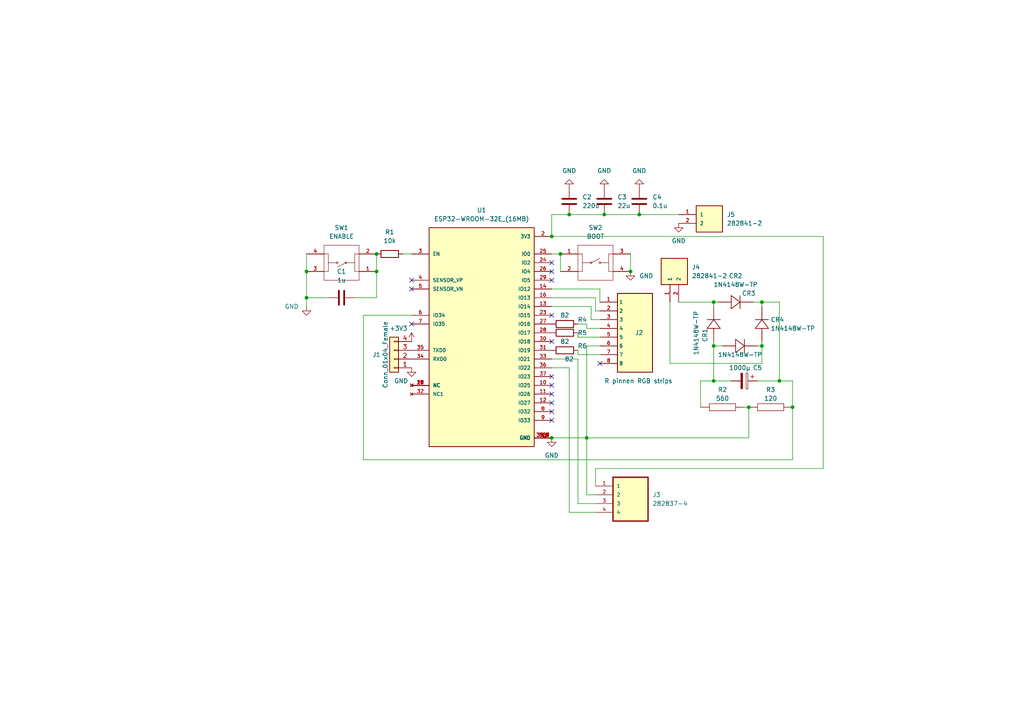
<source format=kicad_sch>
(kicad_sch (version 20211123) (generator eeschema)
  (paper "A4")
  (lib_symbols
    (symbol "1825910-6:1825910-6" (pin_names (offset 1.016) hide)
      (property "Reference" "SW" (at -5.08 5.842 0))
      (property "Value" "1825910-6" (at -5.08 -7.62 0))
      (symbol "1825910-6_0_0"
        (circle (center -1.27 0) (radius 0.254) (stroke (width 0.127)))
        (polyline (pts (xy -5.08 -5.08) (xy 5.08 -5.08)) (stroke (width 0.127)))
        (polyline (pts (xy -5.08 -2.54) (xy -5.08 -5.08)) (stroke (width 0.127)))
        (polyline (pts (xy -5.08 2.54) (xy -5.08 -2.54)) (stroke (width 0.127)))
        (polyline (pts (xy -5.08 2.54) (xy -3.81 2.54)) (stroke (width 0.127)))
        (polyline (pts (xy -5.08 5.08) (xy -5.08 2.54)) (stroke (width 0.127)))
        (polyline (pts (xy -5.08 5.08) (xy 5.08 5.08)) (stroke (width 0.127)))
        (polyline (pts (xy -3.81 -2.54) (xy -5.08 -2.54)) (stroke (width 0.127)))
        (polyline (pts (xy -3.81 0) (xy -3.81 -2.54)) (stroke (width 0.127)))
        (polyline (pts (xy -3.81 0) (xy -1.27 0)) (stroke (width 0.127)))
        (polyline (pts (xy -3.81 2.54) (xy -3.81 0)) (stroke (width 0.127)))
        (polyline (pts (xy -1.27 0) (xy 1.27 1.27)) (stroke (width 0.127)))
        (polyline (pts (xy 1.27 0) (xy 3.81 0)) (stroke (width 0.127)))
        (polyline (pts (xy 3.81 -2.54) (xy 5.08 -2.54)) (stroke (width 0.127)))
        (polyline (pts (xy 3.81 0) (xy 3.81 -2.54)) (stroke (width 0.127)))
        (polyline (pts (xy 3.81 0) (xy 3.81 2.54)) (stroke (width 0.127)))
        (polyline (pts (xy 3.81 2.54) (xy 5.08 2.54)) (stroke (width 0.127)))
        (polyline (pts (xy 5.08 -2.54) (xy 5.08 -5.08)) (stroke (width 0.127)))
        (polyline (pts (xy 5.08 2.54) (xy 5.08 -2.54)) (stroke (width 0.127)))
        (polyline (pts (xy 5.08 5.08) (xy 5.08 2.54)) (stroke (width 0.127)))
        (circle (center 1.27 0) (radius 0.254) (stroke (width 0.127)))
        (pin passive line (at -10.16 2.54 0) (length 5.08) (name "~") (number "1"))
        (pin passive line (at -10.16 -2.54 0) (length 5.08) (name "~") (number "2"))
        (pin passive line (at 10.16 2.54 180) (length 5.08) (name "~") (number "3"))
        (pin passive line (at 10.16 -2.54 180) (length 5.08) (name "~") (number "4"))
      )
    )
    (symbol "1N4148W-TP:1N4148W-TP" (pin_numbers hide) (pin_names (offset 1.016) hide)
      (property "Reference" "CR" (at -2.8194 2.6924 0))
      (property "Value" "1N4148W-TP" (at -3.8862 -5.5372 0))
      (symbol "1N4148W-TP_0_0"
        (polyline (pts (xy 2.54 0) (xy 3.81 0)) (stroke (width 0.2032)))
        (polyline (pts (xy 3.81 -1.905) (xy 6.35 0)) (stroke (width 0.2032)))
        (polyline (pts (xy 3.81 0) (xy 3.81 -1.905)) (stroke (width 0.2032)))
        (polyline (pts (xy 3.81 1.905) (xy 3.81 0)) (stroke (width 0.2032)))
        (polyline (pts (xy 6.35 -1.905) (xy 6.35 0)) (stroke (width 0.2032)))
        (polyline (pts (xy 6.35 0) (xy 3.81 1.905)) (stroke (width 0.2032)))
        (polyline (pts (xy 6.35 0) (xy 6.35 1.905)) (stroke (width 0.2032)))
        (polyline (pts (xy 6.35 0) (xy 7.62 0)) (stroke (width 0.2032)))
        (pin passive line (at 10.16 0 180) (length 2.54) (name "~") (number "1"))
        (pin passive line (at 0 0 0) (length 2.54) (name "~") (number "2"))
      )
    )
    (symbol "282837-4:282837-4" (pin_names (offset 1.016))
      (property "Reference" "J" (at 0 12.7 0))
      (property "Value" "282837-4" (at 0 -10.16 0))
      (symbol "282837-4_0_0"
        (rectangle (start -5.08 -5.08) (end 5.08 7.62) (stroke (width 0.4064)) (fill (type background)))
        (pin passive line (at -10.16 5.08 0) (length 5.08) (name "1") (number "1"))
        (pin passive line (at -10.16 2.54 0) (length 5.08) (name "2") (number "2"))
        (pin passive line (at -10.16 0 0) (length 5.08) (name "3") (number "3"))
        (pin passive line (at -10.16 -2.54 0) (length 5.08) (name "4") (number "4"))
      )
    )
    (symbol "282841-2:282841-2" (pin_names (offset 1.016))
      (property "Reference" "J" (at 0 10.16 0))
      (property "Value" "282841-2" (at 0 -7.62 0))
      (symbol "282841-2_0_0"
        (rectangle (start -5.08 -2.54) (end 2.54 5.08) (stroke (width 0.254)) (fill (type background)))
        (pin passive line (at -10.16 2.54 0) (length 5.08) (name "1") (number "1"))
        (pin passive line (at -10.16 0 0) (length 5.08) (name "2") (number "2"))
      )
    )
    (symbol "282841-5:8_pin_connector"
      (property "Reference" "U" (at -5.08 12.7 0))
      (property "Value" "8_pin_connector" (at 0 -13.97 0))
      (symbol "8_pin_connector_0_0"
        (pin passive line (at -10.16 8.89 0) (length 5.08) (name "1") (number "1"))
        (pin passive line (at -10.16 6.35 0) (length 5.08) (name "2") (number "2"))
        (pin passive line (at -10.16 3.81 0) (length 5.08) (name "3") (number "3"))
        (pin passive line (at -10.16 1.27 0) (length 5.08) (name "4") (number "4"))
        (pin passive line (at -10.16 -1.27 0) (length 5.08) (name "5") (number "5"))
        (pin passive line (at -10.16 -3.81 0) (length 5.08) (name "6") (number "6"))
        (pin passive line (at -10.16 -6.35 0) (length 5.08) (name "7") (number "7"))
        (pin passive line (at -10.16 -8.89 0) (length 5.08) (name "8") (number "8"))
      )
      (symbol "8_pin_connector_0_1"
        (rectangle (start -5.08 11.43) (end 5.08 -11.43))
        (rectangle (start -5.08 11.43) (end 5.08 -11.43) (fill (type background)))
        (polyline (pts (xy -5.08 11.43) (xy -5.08 -11.43) (xy 5.08 -11.43) (xy 5.08 11.43) (xy -5.08 11.43)) (stroke (width 0.254)))
      )
    )
    (symbol "Connector_Generic:Conn_01x04" (pin_names (offset 1.016) hide)
      (property "Reference" "J" (at 0 5.08 0))
      (property "Value" "Conn_01x04" (at 0 -7.62 0))
      (symbol "Conn_01x04_1_1"
        (rectangle (start -1.27 -4.953) (end 0 -5.207) (stroke (width 0.1524)))
        (rectangle (start -1.27 -2.413) (end 0 -2.667) (stroke (width 0.1524)))
        (rectangle (start -1.27 0.127) (end 0 -0.127) (stroke (width 0.1524)))
        (rectangle (start -1.27 2.667) (end 0 2.413) (stroke (width 0.1524)))
        (rectangle (start -1.27 3.81) (end 1.27 -6.35) (stroke (width 0.254)) (fill (type background)))
        (pin passive line (at -5.08 2.54 0) (length 3.81) (name "Pin_1") (number "1"))
        (pin passive line (at -5.08 0 0) (length 3.81) (name "Pin_2") (number "2"))
        (pin passive line (at -5.08 -2.54 0) (length 3.81) (name "Pin_3") (number "3"))
        (pin passive line (at -5.08 -5.08 0) (length 3.81) (name "Pin_4") (number "4"))
      )
    )
    (symbol "Device:C" (pin_numbers hide) (pin_names (offset 0.254))
      (property "Reference" "C" (at 0.635 2.54 0))
      (property "Value" "C" (at 0.635 -2.54 0))
      (symbol "C_0_1"
        (polyline (pts (xy -2.032 -0.762) (xy 2.032 -0.762)) (stroke (width 0.508)))
        (polyline (pts (xy -2.032 0.762) (xy 2.032 0.762)) (stroke (width 0.508)))
      )
      (symbol "C_1_1"
        (pin passive line (at 0 3.81 270) (length 2.794) (name "~") (number "1"))
        (pin passive line (at 0 -3.81 90) (length 2.794) (name "~") (number "2"))
      )
    )
    (symbol "Device:C_Polarized" (pin_numbers hide) (pin_names (offset 0.254))
      (property "Reference" "C" (at 0.635 2.54 0))
      (property "Value" "C_Polarized" (at 0.635 -2.54 0))
      (symbol "C_Polarized_0_1"
        (rectangle (start -2.286 0.508) (end 2.286 1.016))
        (polyline (pts (xy -1.778 2.286) (xy -0.762 2.286)))
        (polyline (pts (xy -1.27 2.794) (xy -1.27 1.778)))
        (rectangle (start 2.286 -0.508) (end -2.286 -1.016) (fill (type outline)))
      )
      (symbol "C_Polarized_1_1"
        (pin passive line (at 0 3.81 270) (length 2.794) (name "~") (number "1"))
        (pin passive line (at 0 -3.81 90) (length 2.794) (name "~") (number "2"))
      )
    )
    (symbol "Device:R" (pin_numbers hide) (pin_names (offset 0))
      (property "Reference" "R" (at 2.032 0 90))
      (property "Value" "R" (at 0 0 90))
      (symbol "R_0_1"
        (rectangle (start -1.016 -2.54) (end 1.016 2.54) (stroke (width 0.254)))
      )
      (symbol "R_1_1"
        (pin passive line (at 0 3.81 270) (length 1.27) (name "~") (number "1"))
        (pin passive line (at 0 -3.81 90) (length 1.27) (name "~") (number "2"))
      )
    )
    (symbol "ESP32-WROOM-32E__16MB_:ESP32-WROOM-32E_(16MB)" (pin_names (offset 1.016))
      (property "Reference" "U" (at -15.24 33.909 0))
      (property "Value" "ESP32-WROOM-32E_(16MB)" (at -15.24 -33.02 0))
      (symbol "ESP32-WROOM-32E_(16MB)_0_0"
        (rectangle (start -15.24 -30.48) (end 15.24 33.02) (stroke (width 0.254)) (fill (type background)))
        (pin power_in line (at 20.32 -27.94 180) (length 5.08) (name "GND") (number "1"))
        (pin bidirectional line (at 20.32 -12.7 180) (length 5.08) (name "IO25") (number "10"))
        (pin bidirectional line (at 20.32 -15.24 180) (length 5.08) (name "IO26") (number "11"))
        (pin bidirectional line (at 20.32 -17.78 180) (length 5.08) (name "IO27") (number "12"))
        (pin bidirectional line (at 20.32 10.16 180) (length 5.08) (name "IO14") (number "13"))
        (pin bidirectional line (at 20.32 15.24 180) (length 5.08) (name "IO12") (number "14"))
        (pin power_in line (at 20.32 -27.94 180) (length 5.08) (name "GND") (number "15"))
        (pin bidirectional line (at 20.32 12.7 180) (length 5.08) (name "IO13") (number "16"))
        (pin no_connect line (at -20.32 -12.7 0) (length 5.08) (name "NC") (number "17"))
        (pin no_connect line (at -20.32 -12.7 0) (length 5.08) (name "NC") (number "18"))
        (pin no_connect line (at -20.32 -12.7 0) (length 5.08) (name "NC") (number "19"))
        (pin power_in line (at 20.32 30.48 180) (length 5.08) (name "3V3") (number "2"))
        (pin no_connect line (at -20.32 -12.7 0) (length 5.08) (name "NC") (number "20"))
        (pin no_connect line (at -20.32 -12.7 0) (length 5.08) (name "NC") (number "21"))
        (pin no_connect line (at -20.32 -12.7 0) (length 5.08) (name "NC") (number "22"))
        (pin bidirectional line (at 20.32 7.62 180) (length 5.08) (name "IO15") (number "23"))
        (pin bidirectional line (at 20.32 22.86 180) (length 5.08) (name "IO2") (number "24"))
        (pin bidirectional line (at 20.32 25.4 180) (length 5.08) (name "IO0") (number "25"))
        (pin bidirectional line (at 20.32 20.32 180) (length 5.08) (name "IO4") (number "26"))
        (pin bidirectional line (at 20.32 5.08 180) (length 5.08) (name "IO16") (number "27"))
        (pin bidirectional line (at 20.32 2.54 180) (length 5.08) (name "IO17") (number "28"))
        (pin bidirectional line (at 20.32 17.78 180) (length 5.08) (name "IO5") (number "29"))
        (pin input line (at -20.32 25.4 0) (length 5.08) (name "EN") (number "3"))
        (pin bidirectional line (at 20.32 0 180) (length 5.08) (name "IO18") (number "30"))
        (pin bidirectional line (at 20.32 -2.54 180) (length 5.08) (name "IO19") (number "31"))
        (pin no_connect line (at -20.32 -15.24 0) (length 5.08) (name "NC1") (number "32"))
        (pin bidirectional line (at 20.32 -5.08 180) (length 5.08) (name "IO21") (number "33"))
        (pin bidirectional line (at -20.32 -5.08 0) (length 5.08) (name "RXD0") (number "34"))
        (pin bidirectional line (at -20.32 -2.54 0) (length 5.08) (name "TXD0") (number "35"))
        (pin bidirectional line (at 20.32 -7.62 180) (length 5.08) (name "IO22") (number "36"))
        (pin bidirectional line (at 20.32 -10.16 180) (length 5.08) (name "IO23") (number "37"))
        (pin power_in line (at 20.32 -27.94 180) (length 5.08) (name "GND") (number "38"))
        (pin power_in line (at 20.32 -27.94 180) (length 5.08) (name "GND") (number "39_1"))
        (pin power_in line (at 20.32 -27.94 180) (length 5.08) (name "GND") (number "39_2"))
        (pin power_in line (at 20.32 -27.94 180) (length 5.08) (name "GND") (number "39_3"))
        (pin power_in line (at 20.32 -27.94 180) (length 5.08) (name "GND") (number "39_4"))
        (pin power_in line (at 20.32 -27.94 180) (length 5.08) (name "GND") (number "39_5"))
        (pin power_in line (at 20.32 -27.94 180) (length 5.08) (name "GND") (number "39_6"))
        (pin power_in line (at 20.32 -27.94 180) (length 5.08) (name "GND") (number "39_7"))
        (pin power_in line (at 20.32 -27.94 180) (length 5.08) (name "GND") (number "39_8"))
        (pin power_in line (at 20.32 -27.94 180) (length 5.08) (name "GND") (number "39_9"))
        (pin input line (at -20.32 17.78 0) (length 5.08) (name "SENSOR_VP") (number "4"))
        (pin input line (at -20.32 15.24 0) (length 5.08) (name "SENSOR_VN") (number "5"))
        (pin input line (at -20.32 7.62 0) (length 5.08) (name "IO34") (number "6"))
        (pin input line (at -20.32 5.08 0) (length 5.08) (name "IO35") (number "7"))
        (pin bidirectional line (at 20.32 -20.32 180) (length 5.08) (name "IO32") (number "8"))
        (pin bidirectional line (at 20.32 -22.86 180) (length 5.08) (name "IO33") (number "9"))
      )
    )
    (symbol "power:+3V3" (power) (pin_names (offset 0))
      (property "Value" "+3V3" (at 0 3.556 0))
      (symbol "+3V3_0_1"
        (polyline (pts (xy -0.762 1.27) (xy 0 2.54)))
        (polyline (pts (xy 0 0) (xy 0 2.54)))
        (polyline (pts (xy 0 2.54) (xy 0.762 1.27)))
      )
      (symbol "+3V3_1_1"
        (pin power_in line (at 0 0 90) (length 0) hide (name "+3V3") (number "1"))
      )
    )
    (symbol "power:GND" (power) (pin_names (offset 0))
      (property "Value" "GND" (at 0 -3.81 0))
      (symbol "GND_0_1"
        (polyline (pts (xy 0 0) (xy 0 -1.27) (xy 1.27 -1.27) (xy 0 -2.54) (xy -1.27 -1.27) (xy 0 -1.27)))
      )
      (symbol "GND_1_1"
        (pin power_in line (at 0 0 270) (length 0) hide (name "GND") (number "1"))
      )
    )
    (symbol "pspice:R" (pin_numbers hide) (pin_names (offset 0))
      (property "Reference" "R" (at 2.032 0 90))
      (property "Value" "R" (at 0 0 90))
      (symbol "R_0_1"
        (rectangle (start -1.016 3.81) (end 1.016 -3.81))
      )
      (symbol "R_1_1"
        (pin passive line (at 0 6.35 270) (length 2.54) (name "~") (number "1"))
        (pin passive line (at 0 -6.35 90) (length 2.54) (name "~") (number "2"))
      )
    )
  )
  (junction (at 220.98 87.63))
  (junction (at 220.98 100.33))
  (junction (at 160.02 127))
  (junction (at 88.9 86.36))
  (junction (at 109.22 73.66))
  (junction (at 217.17 118.11))
  (junction (at 109.22 78.74))
  (junction (at 162.56 73.66))
  (junction (at 182.88 78.74))
  (junction (at 88.9 78.74))
  (junction (at 229.87 118.11))
  (junction (at 207.01 110.49))
  (junction (at 207.01 100.33))
  (junction (at 207.01 87.63))
  (junction (at 165.1 62.23))
  (junction (at 185.42 62.23))
  (junction (at 226.06 110.49))
  (junction (at 170.18 127))
  (junction (at 160.02 68.58))
  (junction (at 175.26 62.23))
  (no_connect (at 119.38 93.98))
  (no_connect (at 160.02 121.92))
  (no_connect (at 160.02 91.44))
  (no_connect (at 160.02 109.22))
  (no_connect (at 119.38 83.82))
  (no_connect (at 119.38 81.28))
  (no_connect (at 160.02 99.06))
  (no_connect (at 160.02 114.3))
  (no_connect (at 160.02 111.76))
  (no_connect (at 160.02 78.74))
  (no_connect (at 160.02 81.28))
  (no_connect (at 173.99 105.41))
  (no_connect (at 160.02 116.84))
  (no_connect (at 160.02 119.38))
  (no_connect (at 160.02 76.2))
  (wire (pts (xy 207.01 99.06) (xy 207.01 100.33)))
  (wire (pts (xy 167.64 146.05) (xy 167.64 104.14)))
  (wire (pts (xy 173.99 83.82) (xy 173.99 87.63)))
  (wire (pts (xy 220.98 87.63) (xy 220.98 88.9)))
  (wire (pts (xy 207.01 100.33) (xy 207.01 110.49)))
  (wire (pts (xy 102.87 86.36) (xy 109.22 86.36)))
  (wire (pts (xy 165.1 148.59) (xy 172.72 148.59)))
  (wire (pts (xy 160.02 62.23) (xy 165.1 62.23)))
  (wire (pts (xy 172.72 90.17) (xy 173.99 90.17)))
  (wire (pts (xy 229.87 118.11) (xy 229.87 110.49)))
  (wire (pts (xy 160.02 83.82) (xy 173.99 83.82)))
  (wire (pts (xy 165.1 62.23) (xy 175.26 62.23)))
  (wire (pts (xy 219.71 100.33) (xy 220.98 100.33)))
  (wire (pts (xy 170.18 95.25) (xy 173.99 95.25)))
  (wire (pts (xy 229.87 110.49) (xy 226.06 110.49)))
  (wire (pts (xy 167.64 97.79) (xy 173.99 97.79)))
  (wire (pts (xy 217.17 118.11) (xy 217.17 127)))
  (wire (pts (xy 167.64 104.14) (xy 160.02 104.14)))
  (wire (pts (xy 160.02 68.58) (xy 238.76 68.58)))
  (wire (pts (xy 218.44 87.63) (xy 220.98 87.63)))
  (wire (pts (xy 219.71 110.49) (xy 226.06 110.49)))
  (wire (pts (xy 170.18 143.51) (xy 172.72 143.51)))
  (wire (pts (xy 170.18 127) (xy 217.17 127)))
  (wire (pts (xy 88.9 86.36) (xy 88.9 88.9)))
  (wire (pts (xy 88.9 78.74) (xy 88.9 73.66)))
  (wire (pts (xy 172.72 140.97) (xy 172.72 135.89)))
  (wire (pts (xy 196.85 62.23) (xy 185.42 62.23)))
  (wire (pts (xy 160.02 88.9) (xy 171.45 88.9)))
  (wire (pts (xy 167.64 93.98) (xy 170.18 93.98)))
  (wire (pts (xy 207.01 110.49) (xy 212.09 110.49)))
  (wire (pts (xy 160.02 62.23) (xy 160.02 68.58)))
  (wire (pts (xy 171.45 92.71) (xy 173.99 92.71)))
  (wire (pts (xy 167.64 101.6) (xy 167.64 102.87)))
  (wire (pts (xy 175.26 62.23) (xy 185.42 62.23)))
  (wire (pts (xy 160.02 106.68) (xy 165.1 106.68)))
  (wire (pts (xy 172.72 86.36) (xy 172.72 90.17)))
  (wire (pts (xy 229.87 118.11) (xy 229.87 133.35)))
  (wire (pts (xy 171.45 88.9) (xy 171.45 92.71)))
  (wire (pts (xy 88.9 78.74) (xy 88.9 86.36)))
  (wire (pts (xy 109.22 86.36) (xy 109.22 78.74)))
  (wire (pts (xy 220.98 100.33) (xy 220.98 105.41)))
  (wire (pts (xy 160.02 86.36) (xy 172.72 86.36)))
  (wire (pts (xy 170.18 100.33) (xy 170.18 127)))
  (wire (pts (xy 208.28 87.63) (xy 207.01 87.63)))
  (wire (pts (xy 88.9 86.36) (xy 95.25 86.36)))
  (wire (pts (xy 220.98 99.06) (xy 220.98 100.33)))
  (wire (pts (xy 207.01 87.63) (xy 207.01 88.9)))
  (wire (pts (xy 172.72 135.89) (xy 238.76 135.89)))
  (wire (pts (xy 220.98 87.63) (xy 226.06 87.63)))
  (wire (pts (xy 203.2 110.49) (xy 207.01 110.49)))
  (wire (pts (xy 173.99 100.33) (xy 170.18 100.33)))
  (wire (pts (xy 207.01 100.33) (xy 209.55 100.33)))
  (wire (pts (xy 105.41 133.35) (xy 229.87 133.35)))
  (wire (pts (xy 172.72 146.05) (xy 167.64 146.05)))
  (wire (pts (xy 105.41 133.35) (xy 105.41 91.44)))
  (wire (pts (xy 194.31 87.63) (xy 194.31 105.41)))
  (wire (pts (xy 162.56 73.66) (xy 160.02 73.66)))
  (wire (pts (xy 109.22 78.74) (xy 109.22 73.66)))
  (wire (pts (xy 226.06 87.63) (xy 226.06 110.49)))
  (wire (pts (xy 203.2 118.11) (xy 203.2 110.49)))
  (wire (pts (xy 194.31 105.41) (xy 220.98 105.41)))
  (wire (pts (xy 215.9 118.11) (xy 217.17 118.11)))
  (wire (pts (xy 116.84 73.66) (xy 119.38 73.66)))
  (wire (pts (xy 162.56 73.66) (xy 162.56 78.74)))
  (wire (pts (xy 196.85 87.63) (xy 207.01 87.63)))
  (wire (pts (xy 160.02 127) (xy 170.18 127)))
  (wire (pts (xy 182.88 73.66) (xy 182.88 78.74)))
  (wire (pts (xy 105.41 91.44) (xy 119.38 91.44)))
  (wire (pts (xy 167.64 96.52) (xy 167.64 97.79)))
  (wire (pts (xy 170.18 93.98) (xy 170.18 95.25)))
  (wire (pts (xy 170.18 127) (xy 170.18 143.51)))
  (wire (pts (xy 238.76 135.89) (xy 238.76 68.58)))
  (wire (pts (xy 165.1 106.68) (xy 165.1 148.59)))
  (wire (pts (xy 167.64 102.87) (xy 173.99 102.87)))
  (symbol (lib_id "Device:R") (at 163.83 96.52 90) (unit 1)
    (property "Reference" "R5" (at 168.91 96.52 90))
    (property "Value" "82" (at 163.83 99.06 90))
    (property "Footprint" "libraries:RESC6332X65N" (effects hide))
  )
  (symbol (lib_id "Connector_Generic:Conn_01x04") (at 114.3 104.14 180) (unit 1)
    (property "Reference" "J1" (at 109.22 102.87 0))
    (property "Value" "Conn_01x04_Female" (at 111.76 102.87 90))
    (property "Footprint" "Connector_PinHeader_2.54mm:PinHeader_1x04_P2.54mm_Vertical" (effects hide))
  )
  (symbol (lib_id "pspice:R") (at 209.55 118.11 90) (unit 1)
    (property "Reference" "R2" (at 209.55 113.03 90))
    (property "Value" "560" (at 209.55 115.57 90))
    (property "Footprint" "libraries:RESC6332X65N" (effects hide))
  )
  (symbol (lib_id "1N4148W-TP:1N4148W-TP") (at 220.98 99.06 90) (unit 1)
    (property "Reference" "CR4" (at 223.52 92.71 90) (effects (justify right)))
    (property "Value" "1N4148W-TP" (at 223.52 95.25 90) (effects (justify right)))
    (property "Footprint" "Diode_SMD:D_0201_0603Metric" (effects hide))
    (property "MANUFACTURER_PART_NUMBER" "1N4148W-TP" (effects hide))
    (property "BUILT_BY" "EMA_Cory" (effects hide))
    (property "VENDOR" "Micro Commercial Co" (effects hide))
    (property "DATASHEET" "https://www.mccsemi.com/pdf/Products/1N4148W(SOD123).pdf" (effects hide))
    (property "COPYRIGHT" "Copyright (C) 2018 Accelerated Designs. All rights reserved" (effects hide))
  )
  (symbol (lib_id "Device:R") (at 163.83 101.6 90) (unit 1)
    (property "Reference" "R6" (at 168.91 100.33 90))
    (property "Value" "82" (at 165.1 104.14 90))
    (property "Footprint" "libraries:RESC6332X65N" (effects hide))
  )
  (symbol (lib_id "1N4148W-TP:1N4148W-TP") (at 209.55 100.33 0) (unit 1)
    (property "Reference" "CR3" (at 217.17 85.09 0))
    (property "Value" "1N4148W-TP" (at 214.63 102.87 0))
    (property "Footprint" "Diode_SMD:D_0201_0603Metric" (effects hide))
    (property "MANUFACTURER_PART_NUMBER" "1N4148W-TP" (effects hide))
    (property "BUILT_BY" "EMA_Cory" (effects hide))
    (property "VENDOR" "Micro Commercial Co" (effects hide))
    (property "DATASHEET" "https://www.mccsemi.com/pdf/Products/1N4148W(SOD123).pdf" (effects hide))
    (property "COPYRIGHT" "Copyright (C) 2018 Accelerated Designs. All rights reserved" (effects hide))
  )
  (symbol (lib_id "power:GND") (at 160.02 127 0) (unit 1)
    (property "Reference" "#PWR0102" (effects hide))
    (property "Value" "GND" (at 160.02 132.08 0))
  )
  (symbol (lib_id "power:GND") (at 175.26 54.61 180) (unit 1)
    (property "Reference" "#PWR0104" (effects hide))
    (property "Value" "GND" (at 175.26 49.53 0))
  )
  (symbol (lib_id "power:GND") (at 196.85 64.77 0) (unit 1)
    (property "Reference" "#PWR0107" (effects hide))
    (property "Value" "GND" (at 196.85 69.85 0))
  )
  (symbol (lib_id "power:GND") (at 182.88 78.74 0) (unit 1)
    (property "Reference" "#PWR0105" (effects hide))
    (property "Value" "GND" (at 185.42 80.0099 0) (effects (justify left)))
  )
  (symbol (lib_id "1N4148W-TP:1N4148W-TP") (at 207.01 99.06 90) (unit 1)
    (property "Reference" "CR1" (at 204.47 95.25 0) (effects (justify right)))
    (property "Value" "1N4148W-TP" (at 201.93 90.17 0) (effects (justify right)))
    (property "Footprint" "Diode_SMD:D_0201_0603Metric" (effects hide))
    (property "MANUFACTURER_PART_NUMBER" "1N4148W-TP" (effects hide))
    (property "BUILT_BY" "EMA_Cory" (effects hide))
    (property "VENDOR" "Micro Commercial Co" (effects hide))
    (property "DATASHEET" "https://www.mccsemi.com/pdf/Products/1N4148W(SOD123).pdf" (effects hide))
    (property "COPYRIGHT" "Copyright (C) 2018 Accelerated Designs. All rights reserved" (effects hide))
  )
  (symbol (lib_id "power:GND") (at 165.1 54.61 180) (unit 1)
    (property "Reference" "#PWR0103" (effects hide))
    (property "Value" "GND" (at 165.1 49.53 0))
  )
  (symbol (lib_id "power:GND") (at 185.42 54.61 180) (unit 1)
    (property "Reference" "#PWR0106" (effects hide))
    (property "Value" "GND" (at 185.42 49.53 0))
  )
  (symbol (lib_id "Device:C") (at 165.1 58.42 180) (unit 1)
    (property "Reference" "C2" (at 168.91 57.1499 0) (effects (justify right)))
    (property "Value" "220u" (at 168.91 59.6899 0) (effects (justify right)))
    (property "Footprint" "Capacitor_SMD:C_0805_2012Metric" (effects hide))
  )
  (symbol (lib_id "282841-2:282841-2") (at 196.85 77.47 90) (unit 1)
    (property "Reference" "J4" (at 200.66 77.4699 90) (effects (justify right)))
    (property "Value" "282841-2" (at 200.66 80.0099 90) (effects (justify right)))
    (property "Footprint" "libraries:TE_282841-2" (effects hide))
    (property "Comment" "282841-2" (effects hide))
    (property "EU_RoHS_Compliance" "Compliant with Exemptions" (effects hide))
  )
  (symbol (lib_id "282837-4:282837-4") (at 182.88 146.05 0) (unit 1)
    (property "Reference" "J3" (at 189.23 143.5099 0) (effects (justify left)))
    (property "Value" "282837-4" (at 189.23 146.0499 0) (effects (justify left)))
    (property "Footprint" "282837-4:TE_282837-4" (effects hide))
    (property "Comment" "282837-4" (effects hide))
    (property "EU_RoHS_Compliance" "Compliant with Exemptions" (effects hide))
  )
  (symbol (lib_id "1N4148W-TP:1N4148W-TP") (at 208.28 87.63 0) (unit 1)
    (property "Reference" "CR2" (at 213.36 80.01 0))
    (property "Value" "1N4148W-TP" (at 213.36 82.55 0))
    (property "Footprint" "Diode_SMD:D_0201_0603Metric" (effects hide))
    (property "MANUFACTURER_PART_NUMBER" "1N4148W-TP" (effects hide))
    (property "BUILT_BY" "EMA_Cory" (effects hide))
    (property "VENDOR" "Micro Commercial Co" (effects hide))
    (property "DATASHEET" "https://www.mccsemi.com/pdf/Products/1N4148W(SOD123).pdf" (effects hide))
    (property "COPYRIGHT" "Copyright (C) 2018 Accelerated Designs. All rights reserved" (effects hide))
  )
  (symbol (lib_id "Device:C") (at 99.06 86.36 90) (unit 1)
    (property "Reference" "C1" (at 99.06 78.74 90))
    (property "Value" "1u" (at 99.06 81.28 90))
    (property "Footprint" "Capacitor_SMD:C_0805_2012Metric" (effects hide))
  )
  (symbol (lib_id "282841-2:282841-2") (at 207.01 64.77 0) (unit 1)
    (property "Reference" "J5" (at 210.82 62.2299 0) (effects (justify left)))
    (property "Value" "282841-2" (at 210.82 64.7699 0) (effects (justify left)))
    (property "Footprint" "libraries:TE_282841-2" (effects hide))
    (property "Comment" "282841-2" (effects hide))
    (property "EU_RoHS_Compliance" "Compliant with Exemptions" (effects hide))
  )
  (symbol (lib_id "Device:C") (at 175.26 58.42 180) (unit 1)
    (property "Reference" "C3" (at 179.07 57.1499 0) (effects (justify right)))
    (property "Value" "22u" (at 179.07 59.6899 0) (effects (justify right)))
    (property "Footprint" "Capacitor_SMD:C_0805_2012Metric" (effects hide))
  )
  (symbol (lib_id "Device:C_Polarized") (at 215.9 110.49 270) (unit 1)
    (property "Reference" "C5" (at 219.71 106.68 90))
    (property "Value" "1000µ" (at 214.63 106.68 90))
    (property "Footprint" "Capacitor_THT:CP_Axial_L26.5mm_D20.0mm_P33.00mm_Horizontal" (effects hide))
  )
  (symbol (lib_id "Device:R") (at 113.03 73.66 90) (unit 1)
    (property "Reference" "R1" (at 113.03 67.31 90))
    (property "Value" "10k" (at 113.03 69.85 90))
    (property "Footprint" "libraries:RESC6332X65N" (effects hide))
  )
  (symbol (lib_id "Device:R") (at 163.83 93.98 90) (unit 1)
    (property "Reference" "R4" (at 168.91 92.71 90))
    (property "Value" "82" (at 163.83 91.44 90))
    (property "Footprint" "libraries:RESC6332X65N" (effects hide))
  )
  (symbol (lib_id "power:+3V3") (at 119.38 99.06 0) (unit 1)
    (property "Reference" "#PWR01" (effects hide))
    (property "Value" "+3V3" (at 115.57 95.25 0))
  )
  (symbol (lib_id "power:GND") (at 88.9 88.9 0) (unit 1)
    (property "Reference" "#PWR0101" (effects hide))
    (property "Value" "GND" (at 82.55 88.9 0) (effects (justify left)))
  )
  (symbol (lib_id "Device:C") (at 185.42 58.42 180) (unit 1)
    (property "Reference" "C4" (at 189.23 57.1499 0) (effects (justify right)))
    (property "Value" "0.1u" (at 189.23 59.69 0) (effects (justify right)))
    (property "Footprint" "Capacitor_SMD:C_0805_2012Metric" (effects hide))
  )
  (symbol (lib_id "1825910-6:1825910-6") (at 99.06 76.2 180) (unit 1)
    (property "Reference" "SW1" (at 99.06 66.04 0))
    (property "Value" "ENABLE" (at 99.06 68.58 0))
    (property "Footprint" "libraries:SW_1825910-6-4" (effects hide))
    (property "Comment" "1825910-6" (effects hide))
  )
  (symbol (lib_id "1825910-6:1825910-6") (at 172.72 76.2 0) (unit 1)
    (property "Reference" "SW2" (at 172.72 66.04 0))
    (property "Value" "BOOT" (at 172.72 68.58 0))
    (property "Footprint" "libraries:SW_1825910-6-4" (effects hide))
    (property "Comment" "1825910-6" (effects hide))
  )
  (symbol (lib_id "power:GND") (at 119.38 106.68 0) (unit 1)
    (property "Reference" "#PWR02" (effects hide))
    (property "Value" "GND" (at 114.3 110.49 0) (effects (justify left)))
  )
  (symbol (lib_id "282841-5:8_pin_connector") (at 184.15 96.52 0) (unit 1)
    (property "Reference" "J2" (at 184.15 96.52 0) (effects (justify left)))
    (property "Value" "R pinnen RGB strips" (at 175.26 110.49 0) (effects (justify left)))
    (property "Footprint" "libraries:TE_282841-8" (effects hide))
  )
  (symbol (lib_id "ESP32-WROOM-32E__16MB_:ESP32-WROOM-32E_(16MB)") (at 139.7 99.06 0) (unit 1)
    (property "Reference" "U1" (at 139.7 60.96 0))
    (property "Value" "ESP32-WROOM-32E_(16MB)" (at 139.7 63.5 0))
    (property "Footprint" "libraries:XCVR_ESP32-WROOM-32E_(16MB)" (effects hide))
    (property "PARTREV" "1.4" (effects hide))
    (property "STANDARD" "Manufacturer Recommendations" (effects hide))
    (property "MAXIMUM_PACKAGE_HEIGHT" "3.25mm" (effects hide))
    (property "MANUFACTURER" "Espressif Systems" (effects hide))
  )
  (symbol (lib_id "pspice:R") (at 223.52 118.11 90) (unit 1)
    (property "Reference" "R3" (at 223.52 113.03 90))
    (property "Value" "120" (at 223.52 115.57 90))
    (property "Footprint" "libraries:RESC6332X65N" (effects hide))
  )
)
</source>
